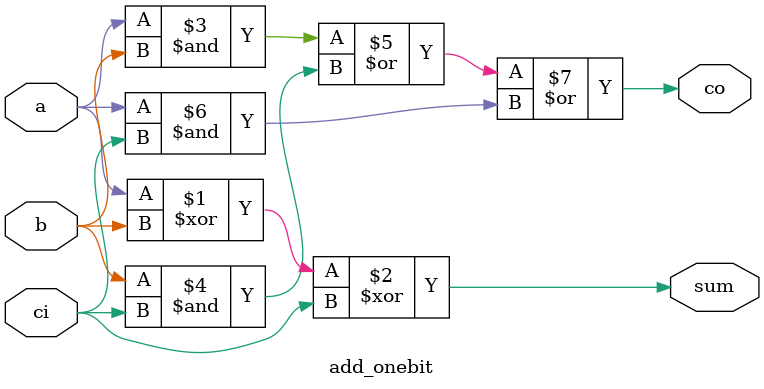
<source format=v>
module add_onebit
(
input wire a,
input wire b,
input wire ci,
output wire sum,
output wire co);
//(sum,cout,a,b,cin);
//input a,b,cin;
//output sum;
//output cout;

assign sum=a^b^ci;
assign co=a&b|b&ci|a&ci;

endmodule

</source>
